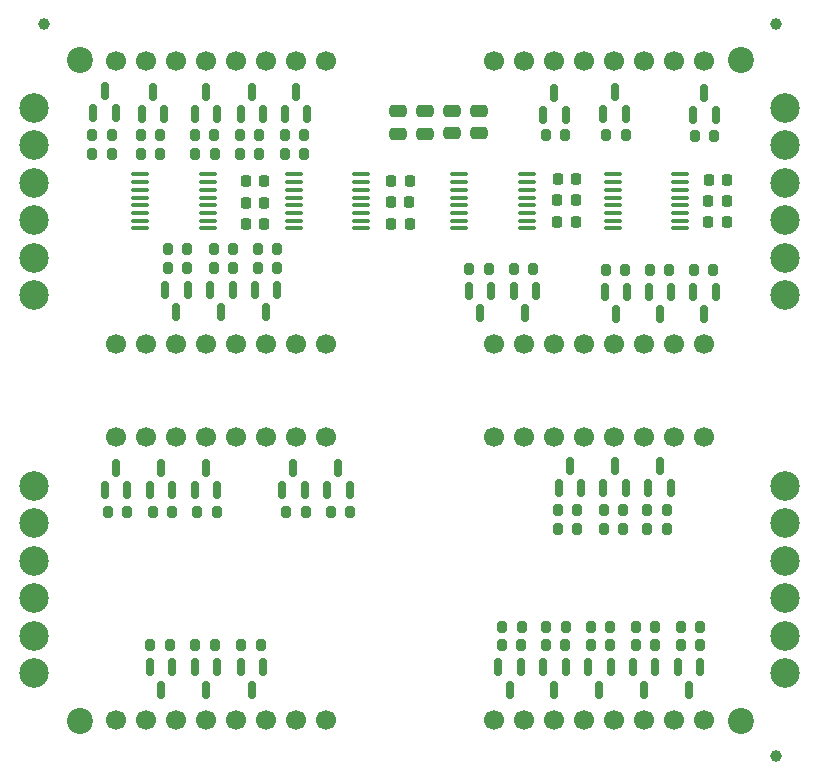
<source format=gbs>
G04 #@! TF.GenerationSoftware,KiCad,Pcbnew,(6.0.6)*
G04 #@! TF.CreationDate,2022-10-25T18:49:35+02:00*
G04 #@! TF.ProjectId,matrix_module,6d617472-6978-45f6-9d6f-64756c652e6b,rev?*
G04 #@! TF.SameCoordinates,Original*
G04 #@! TF.FileFunction,Soldermask,Bot*
G04 #@! TF.FilePolarity,Negative*
%FSLAX46Y46*%
G04 Gerber Fmt 4.6, Leading zero omitted, Abs format (unit mm)*
G04 Created by KiCad (PCBNEW (6.0.6)) date 2022-10-25 18:49:35*
%MOMM*%
%LPD*%
G01*
G04 APERTURE LIST*
G04 Aperture macros list*
%AMRoundRect*
0 Rectangle with rounded corners*
0 $1 Rounding radius*
0 $2 $3 $4 $5 $6 $7 $8 $9 X,Y pos of 4 corners*
0 Add a 4 corners polygon primitive as box body*
4,1,4,$2,$3,$4,$5,$6,$7,$8,$9,$2,$3,0*
0 Add four circle primitives for the rounded corners*
1,1,$1+$1,$2,$3*
1,1,$1+$1,$4,$5*
1,1,$1+$1,$6,$7*
1,1,$1+$1,$8,$9*
0 Add four rect primitives between the rounded corners*
20,1,$1+$1,$2,$3,$4,$5,0*
20,1,$1+$1,$4,$5,$6,$7,0*
20,1,$1+$1,$6,$7,$8,$9,0*
20,1,$1+$1,$8,$9,$2,$3,0*%
G04 Aperture macros list end*
%ADD10C,2.200000*%
%ADD11C,1.700000*%
%ADD12C,1.000000*%
%ADD13RoundRect,0.225000X-0.225000X-0.250000X0.225000X-0.250000X0.225000X0.250000X-0.225000X0.250000X0*%
%ADD14RoundRect,0.200000X-0.200000X-0.275000X0.200000X-0.275000X0.200000X0.275000X-0.200000X0.275000X0*%
%ADD15RoundRect,0.150000X0.150000X-0.587500X0.150000X0.587500X-0.150000X0.587500X-0.150000X-0.587500X0*%
%ADD16RoundRect,0.150000X-0.150000X0.587500X-0.150000X-0.587500X0.150000X-0.587500X0.150000X0.587500X0*%
%ADD17RoundRect,0.200000X0.200000X0.275000X-0.200000X0.275000X-0.200000X-0.275000X0.200000X-0.275000X0*%
%ADD18C,2.500000*%
%ADD19RoundRect,0.250000X0.475000X-0.250000X0.475000X0.250000X-0.475000X0.250000X-0.475000X-0.250000X0*%
%ADD20RoundRect,0.100000X-0.637500X-0.100000X0.637500X-0.100000X0.637500X0.100000X-0.637500X0.100000X0*%
G04 APERTURE END LIST*
D10*
X4000000Y-28000000D03*
X4000000Y28000000D03*
X60000000Y-28000000D03*
D11*
X7110000Y3920000D03*
X9650000Y3920000D03*
X12190000Y3920000D03*
X14730000Y3920000D03*
X17270000Y3920000D03*
X19810000Y3920000D03*
X22350000Y3920000D03*
X24890000Y3920000D03*
X24890000Y27920000D03*
X22350000Y27920000D03*
X19810000Y27920000D03*
X17270000Y27920000D03*
X14730000Y27920000D03*
X12190000Y27920000D03*
X9650000Y27920000D03*
X7110000Y27920000D03*
X24890000Y-3920000D03*
X22350000Y-3920000D03*
X19810000Y-3920000D03*
X17270000Y-3920000D03*
X14730000Y-3920000D03*
X12190000Y-3920000D03*
X9650000Y-3920000D03*
X7110000Y-3920000D03*
X7110000Y-27920000D03*
X9650000Y-27920000D03*
X12190000Y-27920000D03*
X14730000Y-27920000D03*
X17270000Y-27920000D03*
X19810000Y-27920000D03*
X22350000Y-27920000D03*
X24890000Y-27920000D03*
X39110000Y3920000D03*
X41650000Y3920000D03*
X44190000Y3920000D03*
X46730000Y3920000D03*
X49270000Y3920000D03*
X51810000Y3920000D03*
X54350000Y3920000D03*
X56890000Y3920000D03*
X56890000Y27920000D03*
X54350000Y27920000D03*
X51810000Y27920000D03*
X49270000Y27920000D03*
X46730000Y27920000D03*
X44190000Y27920000D03*
X41650000Y27920000D03*
X39110000Y27920000D03*
X56890000Y-3920000D03*
X54350000Y-3920000D03*
X51810000Y-3920000D03*
X49270000Y-3920000D03*
X46730000Y-3920000D03*
X44190000Y-3920000D03*
X41650000Y-3920000D03*
X39110000Y-3920000D03*
X39110000Y-27920000D03*
X41650000Y-27920000D03*
X44190000Y-27920000D03*
X46730000Y-27920000D03*
X49270000Y-27920000D03*
X51810000Y-27920000D03*
X54350000Y-27920000D03*
X56890000Y-27920000D03*
D10*
X60000000Y28000000D03*
D12*
X63000000Y31000000D03*
D13*
X18075000Y14100000D03*
X19625000Y14100000D03*
X30378400Y14125000D03*
X31928400Y14125000D03*
X18050000Y17700000D03*
X19600000Y17700000D03*
X30353400Y15925000D03*
X31903400Y15925000D03*
X30378400Y17725000D03*
X31928400Y17725000D03*
X18050000Y15900000D03*
X19600000Y15900000D03*
D12*
X63000000Y-31000000D03*
X1000000Y31000000D03*
D14*
X11475000Y12000000D03*
X13125000Y12000000D03*
D15*
X50250000Y-8275000D03*
X48350000Y-8275000D03*
X49300000Y-6400000D03*
D16*
X47050000Y-23462500D03*
X48950000Y-23462500D03*
X48000000Y-25337500D03*
D14*
X36975000Y10300000D03*
X38625000Y10300000D03*
X9975000Y-21600000D03*
X11625000Y-21600000D03*
D16*
X11250000Y8537500D03*
X13150000Y8537500D03*
X12200000Y6662500D03*
D17*
X56525000Y-21600000D03*
X54875000Y-21600000D03*
D14*
X21375000Y21600000D03*
X23025000Y21600000D03*
X5080000Y21615200D03*
X6730000Y21615200D03*
D17*
X8025000Y-10300000D03*
X6375000Y-10300000D03*
D18*
X63760000Y23937500D03*
X63760000Y20762500D03*
X63760000Y17587500D03*
X63760000Y14412500D03*
X63760000Y11237500D03*
X63760000Y8062500D03*
D14*
X39775000Y-20000000D03*
X41425000Y-20000000D03*
D17*
X53725000Y-11700000D03*
X52075000Y-11700000D03*
X50025000Y-11700000D03*
X48375000Y-11700000D03*
X15425000Y20000000D03*
X13775000Y20000000D03*
D14*
X48550000Y10200000D03*
X50200000Y10200000D03*
D16*
X13750000Y-23462500D03*
X15650000Y-23462500D03*
X14700000Y-25337500D03*
D14*
X15375000Y12000000D03*
X17025000Y12000000D03*
D15*
X23050000Y-8475000D03*
X21150000Y-8475000D03*
X22100000Y-6600000D03*
D17*
X23025000Y20000000D03*
X21375000Y20000000D03*
D19*
X33223200Y21742400D03*
X33223200Y23642400D03*
D13*
X57250000Y17850000D03*
X58800000Y17850000D03*
D15*
X46450000Y-8275000D03*
X44550000Y-8275000D03*
X45500000Y-6400000D03*
X7055000Y23440200D03*
X5155000Y23440200D03*
X6105000Y25315200D03*
D16*
X18850000Y8537500D03*
X20750000Y8537500D03*
X19800000Y6662500D03*
D15*
X54050000Y-8275000D03*
X52150000Y-8275000D03*
X53100000Y-6400000D03*
D14*
X55975000Y10200000D03*
X57625000Y10200000D03*
D13*
X44450000Y14275000D03*
X46000000Y14275000D03*
D17*
X50225000Y21600000D03*
X48575000Y21600000D03*
D14*
X44475000Y-10100000D03*
X46125000Y-10100000D03*
D16*
X40750000Y8437500D03*
X42650000Y8437500D03*
X41700000Y6562500D03*
D14*
X48375000Y-10100000D03*
X50025000Y-10100000D03*
X19075000Y12000000D03*
X20725000Y12000000D03*
X17575000Y21600000D03*
X19225000Y21600000D03*
X51100000Y-20000000D03*
X52750000Y-20000000D03*
D18*
X160000Y-8062500D03*
X160000Y-11237500D03*
X160000Y-14412500D03*
X160000Y-17587500D03*
X160000Y-20762500D03*
X160000Y-23937500D03*
D17*
X52725000Y-21600000D03*
X51075000Y-21600000D03*
X26925000Y-10300000D03*
X25275000Y-10300000D03*
D15*
X15650000Y-8475000D03*
X13750000Y-8475000D03*
X14700000Y-6600000D03*
D16*
X15050000Y8537500D03*
X16950000Y8537500D03*
X16000000Y6662500D03*
D14*
X13750000Y21600000D03*
X15400000Y21600000D03*
D17*
X19225000Y20000000D03*
X17575000Y20000000D03*
D16*
X50850000Y-23462500D03*
X52750000Y-23462500D03*
X51800000Y-25337500D03*
D17*
X11825000Y-10300000D03*
X10175000Y-10300000D03*
D19*
X30973200Y21742400D03*
X30973200Y23642400D03*
D17*
X45125000Y21600000D03*
X43475000Y21600000D03*
X17025000Y10400000D03*
X15375000Y10400000D03*
D16*
X52199000Y8337500D03*
X54099000Y8337500D03*
X53149000Y6462500D03*
X36950000Y8437500D03*
X38850000Y8437500D03*
X37900000Y6562500D03*
D14*
X47275000Y-20000000D03*
X48925000Y-20000000D03*
D19*
X37800000Y21750000D03*
X37800000Y23650000D03*
D17*
X46125000Y-11700000D03*
X44475000Y-11700000D03*
D15*
X11150000Y23425000D03*
X9250000Y23425000D03*
X10200000Y25300000D03*
X50250000Y23425000D03*
X48350000Y23425000D03*
X49300000Y25300000D03*
D20*
X49137500Y13725000D03*
X49137500Y14375000D03*
X49137500Y15025000D03*
X49137500Y15675000D03*
X49137500Y16325000D03*
X49137500Y16975000D03*
X49137500Y17625000D03*
X49137500Y18275000D03*
X54862500Y18275000D03*
X54862500Y17625000D03*
X54862500Y16975000D03*
X54862500Y16325000D03*
X54862500Y15675000D03*
X54862500Y15025000D03*
X54862500Y14375000D03*
X54862500Y13725000D03*
D18*
X160000Y23937500D03*
X160000Y20762500D03*
X160000Y17587500D03*
X160000Y14412500D03*
X160000Y11237500D03*
X160000Y8062500D03*
D13*
X44475000Y17875000D03*
X46025000Y17875000D03*
D15*
X19550000Y23425000D03*
X17650000Y23425000D03*
X18600000Y25300000D03*
D19*
X35525000Y21750000D03*
X35525000Y23650000D03*
D15*
X11850000Y-8475000D03*
X9950000Y-8475000D03*
X10900000Y-6600000D03*
D16*
X17650000Y-23462500D03*
X19550000Y-23462500D03*
X18600000Y-25337500D03*
D14*
X52075000Y-10100000D03*
X53725000Y-10100000D03*
D18*
X63760000Y-8062500D03*
X63760000Y-11237500D03*
X63760000Y-14412500D03*
X63760000Y-17587500D03*
X63760000Y-20762500D03*
X63760000Y-23937500D03*
D14*
X43500000Y-20000000D03*
X45150000Y-20000000D03*
D13*
X57225000Y16050000D03*
X58775000Y16050000D03*
D16*
X48450000Y8361500D03*
X50350000Y8361500D03*
X49400000Y6486500D03*
X39450000Y-23462500D03*
X41350000Y-23462500D03*
X40400000Y-25337500D03*
X54650000Y-23462500D03*
X56550000Y-23462500D03*
X55600000Y-25337500D03*
D20*
X22137500Y13725000D03*
X22137500Y14375000D03*
X22137500Y15025000D03*
X22137500Y15675000D03*
X22137500Y16325000D03*
X22137500Y16975000D03*
X22137500Y17625000D03*
X22137500Y18275000D03*
X27862500Y18275000D03*
X27862500Y17625000D03*
X27862500Y16975000D03*
X27862500Y16325000D03*
X27862500Y15675000D03*
X27862500Y15025000D03*
X27862500Y14375000D03*
X27862500Y13725000D03*
D14*
X40775000Y10300000D03*
X42425000Y10300000D03*
X54875000Y-20000000D03*
X56525000Y-20000000D03*
D17*
X10825000Y20000000D03*
X9175000Y20000000D03*
D14*
X13775000Y-21600000D03*
X15425000Y-21600000D03*
D15*
X23250000Y23425000D03*
X21350000Y23425000D03*
X22300000Y25300000D03*
X8050000Y-8475000D03*
X6150000Y-8475000D03*
X7100000Y-6600000D03*
D16*
X55950000Y8337500D03*
X57850000Y8337500D03*
X56900000Y6462500D03*
D20*
X36137500Y13725000D03*
X36137500Y14375000D03*
X36137500Y15025000D03*
X36137500Y15675000D03*
X36137500Y16325000D03*
X36137500Y16975000D03*
X36137500Y17625000D03*
X36137500Y18275000D03*
X41862500Y18275000D03*
X41862500Y17625000D03*
X41862500Y16975000D03*
X41862500Y16325000D03*
X41862500Y15675000D03*
X41862500Y15025000D03*
X41862500Y14375000D03*
X41862500Y13725000D03*
D17*
X48925000Y-21600000D03*
X47275000Y-21600000D03*
D13*
X57225000Y14250000D03*
X58775000Y14250000D03*
X44450000Y16075000D03*
X46000000Y16075000D03*
D14*
X52275000Y10200000D03*
X53925000Y10200000D03*
X9175000Y21600000D03*
X10825000Y21600000D03*
D17*
X20725000Y10400000D03*
X19075000Y10400000D03*
X13125000Y10400000D03*
X11475000Y10400000D03*
D16*
X9950000Y-23462500D03*
X11850000Y-23462500D03*
X10900000Y-25337500D03*
D20*
X9137500Y13725000D03*
X9137500Y14375000D03*
X9137500Y15025000D03*
X9137500Y15675000D03*
X9137500Y16325000D03*
X9137500Y16975000D03*
X9137500Y17625000D03*
X9137500Y18275000D03*
X14862500Y18275000D03*
X14862500Y17625000D03*
X14862500Y16975000D03*
X14862500Y16325000D03*
X14862500Y15675000D03*
X14862500Y15025000D03*
X14862500Y14375000D03*
X14862500Y13725000D03*
D17*
X41400000Y-21600000D03*
X39750000Y-21600000D03*
X45125000Y-21600000D03*
X43475000Y-21600000D03*
D14*
X17675000Y-21600000D03*
X19325000Y-21600000D03*
D15*
X57850000Y23325000D03*
X55950000Y23325000D03*
X56900000Y25200000D03*
D17*
X57725000Y21500000D03*
X56075000Y21500000D03*
D15*
X45150000Y23325000D03*
X43250000Y23325000D03*
X44200000Y25200000D03*
D16*
X43250000Y-23462500D03*
X45150000Y-23462500D03*
X44200000Y-25337500D03*
D17*
X15625000Y-10300000D03*
X13975000Y-10300000D03*
X6730000Y20015200D03*
X5080000Y20015200D03*
D15*
X15650000Y23425000D03*
X13750000Y23425000D03*
X14700000Y25300000D03*
D17*
X23125000Y-10300000D03*
X21475000Y-10300000D03*
D15*
X26850000Y-8475000D03*
X24950000Y-8475000D03*
X25900000Y-6600000D03*
M02*

</source>
